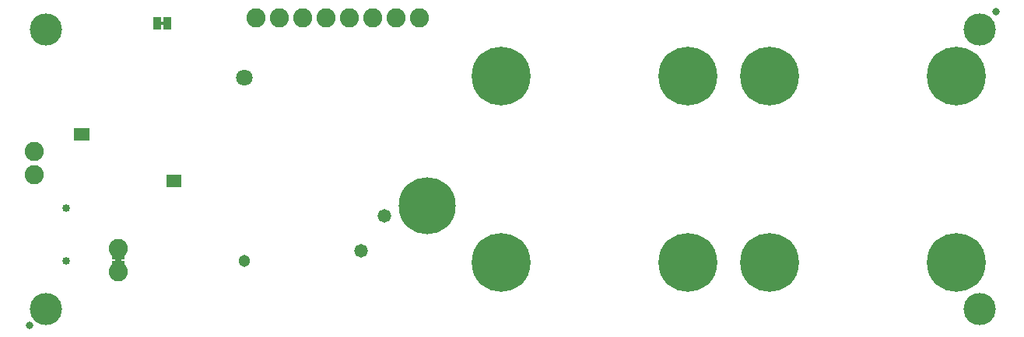
<source format=gbs>
G04 EAGLE Gerber RS-274X export*
G75*
%MOMM*%
%FSLAX34Y34*%
%LPD*%
%INSoldermask Bottom*%
%IPPOS*%
%AMOC8*
5,1,8,0,0,1.08239X$1,22.5*%
G01*
%ADD10C,0.853200*%
%ADD11C,0.838200*%
%ADD12C,3.505200*%
%ADD13C,6.203200*%
%ADD14R,0.863600X1.473200*%
%ADD15C,1.303200*%
%ADD16C,1.803200*%
%ADD17R,1.473200X0.838200*%
%ADD18C,2.082800*%
%ADD19R,0.838200X1.473200*%
%ADD20C,1.473200*%
%ADD21C,6.400800*%

G36*
X106999Y76212D02*
X106999Y76212D01*
X107065Y76214D01*
X107108Y76232D01*
X107155Y76240D01*
X107212Y76274D01*
X107272Y76299D01*
X107307Y76330D01*
X107348Y76355D01*
X107390Y76406D01*
X107438Y76450D01*
X107460Y76492D01*
X107489Y76529D01*
X107510Y76591D01*
X107541Y76650D01*
X107549Y76704D01*
X107561Y76741D01*
X107560Y76781D01*
X107568Y76835D01*
X107568Y80645D01*
X107557Y80710D01*
X107555Y80776D01*
X107537Y80819D01*
X107529Y80866D01*
X107495Y80923D01*
X107470Y80983D01*
X107439Y81018D01*
X107414Y81059D01*
X107363Y81101D01*
X107319Y81149D01*
X107277Y81171D01*
X107240Y81200D01*
X107178Y81221D01*
X107119Y81252D01*
X107065Y81260D01*
X107028Y81272D01*
X106988Y81271D01*
X106934Y81279D01*
X101346Y81279D01*
X101281Y81268D01*
X101215Y81266D01*
X101172Y81248D01*
X101125Y81240D01*
X101068Y81206D01*
X101008Y81181D01*
X100973Y81150D01*
X100932Y81125D01*
X100891Y81074D01*
X100842Y81030D01*
X100820Y80988D01*
X100791Y80951D01*
X100770Y80889D01*
X100739Y80830D01*
X100731Y80776D01*
X100719Y80739D01*
X100719Y80735D01*
X100719Y80734D01*
X100720Y80699D01*
X100712Y80645D01*
X100712Y76835D01*
X100723Y76770D01*
X100725Y76704D01*
X100743Y76661D01*
X100751Y76614D01*
X100785Y76557D01*
X100810Y76497D01*
X100841Y76462D01*
X100866Y76421D01*
X100917Y76380D01*
X100961Y76331D01*
X101003Y76309D01*
X101040Y76280D01*
X101102Y76259D01*
X101161Y76228D01*
X101215Y76220D01*
X101252Y76208D01*
X101292Y76209D01*
X101346Y76201D01*
X106934Y76201D01*
X106999Y76212D01*
G37*
G36*
X154370Y334657D02*
X154370Y334657D01*
X154436Y334659D01*
X154479Y334677D01*
X154526Y334685D01*
X154583Y334719D01*
X154643Y334744D01*
X154678Y334775D01*
X154719Y334800D01*
X154761Y334851D01*
X154809Y334895D01*
X154831Y334937D01*
X154860Y334974D01*
X154881Y335036D01*
X154912Y335095D01*
X154920Y335149D01*
X154932Y335186D01*
X154931Y335226D01*
X154939Y335280D01*
X154939Y337820D01*
X154928Y337885D01*
X154926Y337951D01*
X154908Y337994D01*
X154900Y338041D01*
X154866Y338098D01*
X154841Y338158D01*
X154810Y338193D01*
X154785Y338234D01*
X154734Y338276D01*
X154690Y338324D01*
X154648Y338346D01*
X154611Y338375D01*
X154549Y338396D01*
X154490Y338427D01*
X154436Y338435D01*
X154399Y338447D01*
X154359Y338446D01*
X154305Y338454D01*
X150495Y338454D01*
X150430Y338443D01*
X150364Y338441D01*
X150321Y338423D01*
X150274Y338415D01*
X150217Y338381D01*
X150157Y338356D01*
X150122Y338325D01*
X150081Y338300D01*
X150040Y338249D01*
X149991Y338205D01*
X149969Y338163D01*
X149940Y338126D01*
X149919Y338064D01*
X149888Y338005D01*
X149880Y337951D01*
X149868Y337914D01*
X149868Y337911D01*
X149869Y337874D01*
X149861Y337820D01*
X149861Y335280D01*
X149872Y335215D01*
X149874Y335149D01*
X149892Y335106D01*
X149900Y335059D01*
X149934Y335002D01*
X149959Y334942D01*
X149990Y334907D01*
X150015Y334866D01*
X150066Y334825D01*
X150110Y334776D01*
X150152Y334754D01*
X150189Y334725D01*
X150251Y334704D01*
X150310Y334673D01*
X150364Y334665D01*
X150401Y334653D01*
X150441Y334654D01*
X150495Y334646D01*
X154305Y334646D01*
X154370Y334657D01*
G37*
D10*
X47780Y135580D03*
X47780Y77780D03*
D11*
X7620Y7620D03*
X1059180Y349250D03*
D12*
X1041400Y330200D03*
X25400Y330200D03*
X1041400Y25400D03*
X25400Y25400D03*
D13*
X440730Y137600D03*
D14*
X157607Y336550D03*
X147193Y336550D03*
D15*
X241300Y77800D03*
D16*
X241300Y277800D03*
D17*
X104140Y83820D03*
X104140Y73660D03*
D18*
X104140Y91440D03*
X104140Y66040D03*
D19*
X169164Y165100D03*
X161036Y165100D03*
X60706Y215900D03*
X68834Y215900D03*
D20*
X368300Y88900D03*
X393700Y127000D03*
D18*
X12700Y196850D03*
X12700Y171450D03*
X254000Y342900D03*
X279400Y342900D03*
X304800Y342900D03*
X330200Y342900D03*
X355600Y342900D03*
X381000Y342900D03*
X406400Y342900D03*
X431800Y342900D03*
D21*
X520700Y279400D03*
X723900Y279400D03*
X520700Y76200D03*
X723900Y76200D03*
X812800Y279400D03*
X1016000Y279400D03*
X812800Y76200D03*
X1016000Y76200D03*
M02*

</source>
